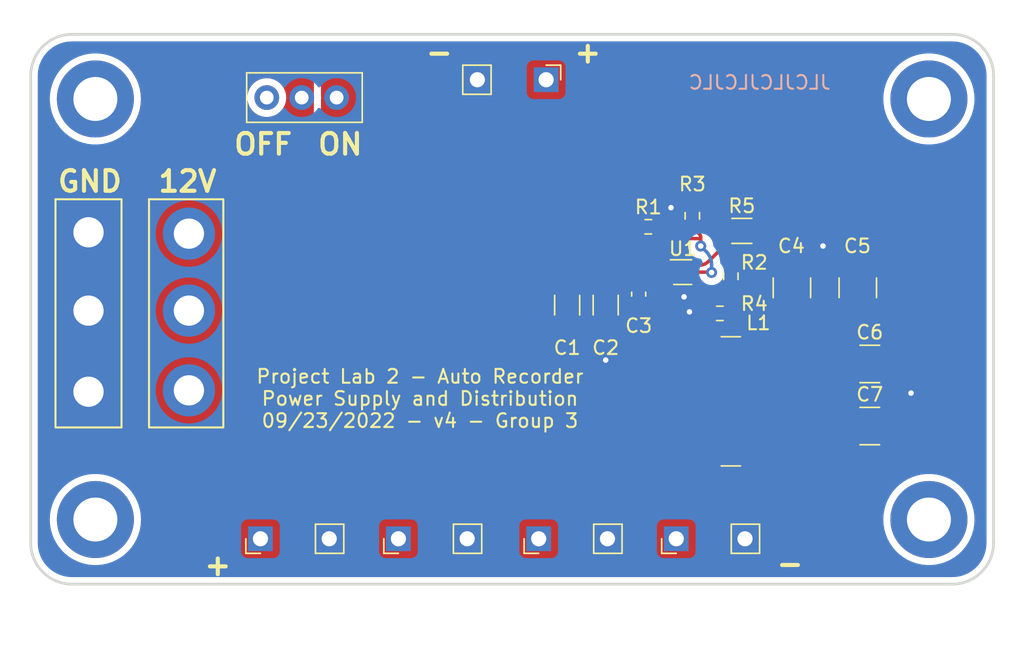
<source format=kicad_pcb>
(kicad_pcb (version 20211014) (generator pcbnew)
  (layers (0 "F.Cu" signal) (31 "B.Cu" signal) (34 "B.Paste" user) (35 "F.Paste" user) (36 "B.SilkS" user "B.Silkscreen") (37 "F.SilkS" user "F.Silkscreen") (38 "B.Mask" user) (39 "F.Mask" user) (44 "Edge.Cuts" user))
  (net 0 "")
  (net 1 "GND")
  (net 2 "+5V")
  (net 3 "+12V")
  (net 5 "/12IN")
  (net 6 "/SW")
  (net 7 "/EN")
  (net 8 "/FB")
  (net 9 "Net-(R2-Pad1)")
  (footprint "Resistor_SMD:R_0603_1608Metric" (layer "F.Cu") (at 136.8 73)
    (fp_text reference "R1" (at 0 -1.43) (layer "F.SilkS"))
    (fp_text value "100k")
    (fp_line (start -0.237258 -0.5225) (end 0.237258 -0.5225) (layer "F.SilkS") (width 0.12))
    (fp_line (start -0.237258 0.5225) (end 0.237258 0.5225) (layer "F.SilkS") (width 0.12))
    (pad "1" smd roundrect (at -0.825 0) (size 0.8 0.95) (layers "F.Cu" "F.Paste" "F.Mask") (net 3 "+12V"))
    (pad "2" smd roundrect (at 0.825 0) (size 0.8 0.95) (layers "F.Cu" "F.Paste" "F.Mask") (net 7 "/EN"))
  )
  (footprint "MountingHole:MountingHole_3.2mm_M3_DIN965_Pad" (layer "F.Cu") (at 96.6 63.7)
    (fp_text reference "H9" hide)
    (fp_text value "MountingHole_Pad")
    (pad "1" thru_hole circle (at 0 0) (size 5.6 5.6) (drill 3.2) (layers *.Cu *.Mask))
  )
  (footprint "MountingHole:MountingHole_2.2mm_M2_DIN965_Pad" (layer "F.Cu") (at 96.1 73.4 -90)
    (fp_text reference "H5" hide)
    (fp_text value "GND")
    (pad "1" thru_hole circle (at 0 0 270) (size 3.8 3.8) (drill 2.2) (layers *.Cu *.Mask) (net 1 "GND"))
  )
  (footprint "Capacitor_SMD:C_1210_3225Metric" (layer "F.Cu") (at 152.03 77.44 90)
    (fp_text reference "C5" (at 3.04 -0.03 180) (layer "F.SilkS"))
    (fp_text value "22u")
    (fp_line (start -0.711252 1.36) (end 0.711252 1.36) (layer "F.SilkS") (width 0.12))
    (fp_line (start -0.711252 -1.36) (end 0.711252 -1.36) (layer "F.SilkS") (width 0.12))
    (pad "1" smd roundrect (at -1.475 0 90) (size 1.15 2.7) (layers "F.Cu" "F.Paste" "F.Mask") (roundrect_rratio 0.2173913043) (net 2 "+5V"))
    (pad "2" smd roundrect (at 1.475 0 90) (size 1.15 2.7) (layers "F.Cu" "F.Paste" "F.Mask") (roundrect_rratio 0.2173913043) (net 1 "GND"))
  )
  (footprint "my_foot:PinHeader_1x02_P5.00mm" (layer "F.Cu") (at 128.83 95.7 90)
    (fp_text reference "J3" hide)
    (fp_text value "5OUT")
    (fp_line (start -1.06 4) (end 1.06 4) (layer "F.SilkS") (width 0.12))
    (fp_line (start 1.06 4) (end 1.06 6.06) (layer "F.SilkS") (width 0.12))
    (fp_line (start -1.06 -1.06) (end 0 -1.06) (layer "F.SilkS") (width 0.12))
    (fp_line (start -1.06 0) (end -1.06 -1.06) (layer "F.SilkS") (width 0.12))
    (fp_line (start -1.06 6.06) (end 1.06 6.06) (layer "F.SilkS") (width 0.12))
    (fp_line (start -1.06 4) (end -1.06 6.06) (layer "F.SilkS") (width 0.12))
    (pad "1" thru_hole rect (at 0 0 90) (size 1.8 1.8) (drill 1.1) (layers *.Cu *.Mask) (net 2 "+5V"))
    (pad "2" thru_hole oval (at 0 5 90) (size 1.8 1.8) (drill 1.1) (layers *.Cu *.Mask) (net 1 "GND"))
  )
  (footprint "Resistor_SMD:R_0603_1608Metric" (layer "F.Cu") (at 140 72.2 -90)
    (fp_text reference "R3" (at -2.3 0 180) (layer "F.SilkS"))
    (fp_text value "11k")
    (fp_line (start -0.237258 0.5225) (end 0.237258 0.5225) (layer "F.SilkS") (width 0.12))
    (fp_line (start -0.237258 -0.5225) (end 0.237258 -0.5225) (layer "F.SilkS") (width 0.12))
    (pad "1" smd roundrect (at -0.825 0 270) (size 0.8 0.95) (layers "F.Cu" "F.Paste" "F.Mask") (net 1 "GND"))
    (pad "2" smd roundrect (at 0.825 0 270) (size 0.8 0.95) (layers "F.Cu" "F.Paste" "F.Mask") (net 7 "/EN"))
  )
  (footprint "Resistor_SMD:R_0603_1608Metric" (layer "F.Cu") (at 142.8 76.6 90)
    (fp_text reference "R2" (at 1 1.7 180) (layer "F.SilkS"))
    (fp_text value "15k")
    (fp_line (start -0.237258 -0.5225) (end 0.237258 -0.5225) (layer "F.SilkS") (width 0.12))
    (fp_line (start -0.237258 0.5225) (end 0.237258 0.5225) (layer "F.SilkS") (width 0.12))
    (pad "1" smd roundrect (at -0.825 0 90) (size 0.8 0.95) (layers "F.Cu" "F.Paste" "F.Mask") (net 9 "Net-(R2-Pad1)"))
    (pad "2" smd roundrect (at 0.825 0 90) (size 0.8 0.95) (layers "F.Cu" "F.Paste" "F.Mask") (net 8 "/FB"))
  )
  (footprint "Capacitor_SMD:C_1206_3216Metric" (layer "F.Cu") (at 133.7 78.7 -90)
    (fp_text reference "C2" (at 3.1 0 180) (layer "F.SilkS"))
    (fp_text value "10u")
    (fp_line (start -0.711252 -0.91) (end 0.711252 -0.91) (layer "F.SilkS") (width 0.12))
    (fp_line (start -0.711252 0.91) (end 0.711252 0.91) (layer "F.SilkS") (width 0.12))
    (pad "1" smd roundrect (at -1.475 0 270) (size 1.15 1.8) (layers "F.Cu" "F.Paste" "F.Mask") (roundrect_rratio 0.2173913043) (net 3 "+12V"))
    (pad "2" smd roundrect (at 1.475 0 270) (size 1.15 1.8) (layers "F.Cu" "F.Paste" "F.Mask") (roundrect_rratio 0.2173913043) (net 1 "GND"))
  )
  (footprint "MountingHole:MountingHole_2.2mm_M2_DIN965_Pad" (layer "F.Cu") (at 96.1 79.1 -90)
    (fp_text reference "H6" hide)
    (fp_text value "GND")
    (pad "1" thru_hole circle (at 0 0 270) (size 3.8 3.8) (drill 2.2) (layers *.Cu *.Mask) (net 1 "GND"))
  )
  (footprint "MountingHole:MountingHole_3.2mm_M3_DIN965_Pad" (layer "F.Cu") (at 157.2 63.7)
    (fp_text reference "H10" hide)
    (fp_text value "MountingHole_Pad")
    (pad "1" thru_hole circle (at 0 0) (size 5.6 5.6) (drill 3.2) (layers *.Cu *.Mask))
  )
  (footprint "my_foot:PinHeader_1x02_P5.00mm" (layer "F.Cu") (at 118.63 95.7 90)
    (fp_text reference "J4" hide)
    (fp_text value "5OUT")
    (fp_line (start -1.06 4) (end -1.06 6.06) (layer "F.SilkS") (width 0.12))
    (fp_line (start -1.06 -1.06) (end 0 -1.06) (layer "F.SilkS") (width 0.12))
    (fp_line (start -1.06 0) (end -1.06 -1.06) (layer "F.SilkS") (width 0.12))
    (fp_line (start -1.06 4) (end 1.06 4) (layer "F.SilkS") (width 0.12))
    (fp_line (start 1.06 4) (end 1.06 6.06) (layer "F.SilkS") (width 0.12))
    (fp_line (start -1.06 6.06) (end 1.06 6.06) (layer "F.SilkS") (width 0.12))
    (pad "1" thru_hole rect (at 0 0 90) (size 1.8 1.8) (drill 1.1) (layers *.Cu *.Mask) (net 2 "+5V"))
    (pad "2" thru_hole oval (at 0 5 90) (size 1.8 1.8) (drill 1.1) (layers *.Cu *.Mask) (net 1 "GND"))
  )
  (footprint "Capacitor_SMD:C_1210_3225Metric" (layer "F.Cu") (at 147.24 77.44 90)
    (fp_text reference "C4" (at 3.04 -0.04 180) (layer "F.SilkS"))
    (fp_text value "22u")
    (fp_line (start -0.711252 -1.36) (end 0.711252 -1.36) (layer "F.SilkS") (width 0.12))
    (fp_line (start -0.711252 1.36) (end 0.711252 1.36) (layer "F.SilkS") (width 0.12))
    (pad "1" smd roundrect (at -1.475 0 90) (size 1.15 2.7) (layers "F.Cu" "F.Paste" "F.Mask") (roundrect_rratio 0.2173913043) (net 2 "+5V"))
    (pad "2" smd roundrect (at 1.475 0 90) (size 1.15 2.7) (layers "F.Cu" "F.Paste" "F.Mask") (roundrect_rratio 0.2173913043) (net 1 "GND"))
  )
  (footprint "MountingHole:MountingHole_2.2mm_M2_DIN965_Pad" (layer "F.Cu") (at 103.4 84.9 -90)
    (fp_text reference "H2" hide)
    (fp_text value "12V")
    (pad "1" thru_hole circle (at 0 0 270) (size 3.8 3.8) (drill 2.2) (layers *.Cu *.Mask) (net 5 "/12IN"))
  )
  (footprint "Capacitor_SMD:C_0603_1608Metric" (layer "F.Cu") (at 136.1 77.9 -90)
    (fp_text reference "C3" (at 2.3 0 180) (layer "F.SilkS"))
    (fp_text value "100n")
    (fp_line (start -0.14058 0.51) (end 0.14058 0.51) (layer "F.SilkS") (width 0.12))
    (fp_line (start -0.14058 -0.51) (end 0.14058 -0.51) (layer "F.SilkS") (width 0.12))
    (pad "1" smd roundrect (at -0.775 0 270) (size 0.9 0.95) (layers "F.Cu" "F.Paste" "F.Mask") (net 3 "+12V"))
    (pad "2" smd roundrect (at 0.775 0 270) (size 0.9 0.95) (layers "F.Cu" "F.Paste" "F.Mask") (net 1 "GND"))
  )
  (footprint "Inductor_SMD:L_Wuerth_WE-PD2-Typ-XL" (layer "F.Cu") (at 142.8 85.7)
    (fp_text reference "L1" (at 2 -5.7) (layer "F.SilkS"))
    (fp_text value "2u2")
    (fp_line (start -0.7 4.7) (end 0.7 4.7) (layer "F.SilkS") (width 0.12))
    (fp_line (start -0.7 -4.7) (end 0.7 -4.7) (layer "F.SilkS") (width 0.12))
    (pad "1" smd rect (at -3.18 0) (size 3.75 9.5) (layers "F.Cu" "F.Paste" "F.Mask") (net 6 "/SW"))
    (pad "2" smd rect (at 3.18 0) (size 3.75 9.5) (layers "F.Cu" "F.Paste" "F.Mask") (net 2 "+5V"))
  )
  (footprint "my_foot:PinHeader_1x02_P5.00mm" (layer "F.Cu") (at 108.6 95.7 90)
    (fp_text reference "J1" hide)
    (fp_text value "5OUT")
    (fp_line (start 1.06 4) (end 1.06 6.06) (layer "F.SilkS") (width 0.12))
    (fp_line (start -1.06 0) (end -1.06 -1.06) (layer "F.SilkS") (width 0.12))
    (fp_line (start -1.06 -1.06) (end 0 -1.06) (layer "F.SilkS") (width 0.12))
    (fp_line (start -1.06 6.06) (end 1.06 6.06) (layer "F.SilkS") (width 0.12))
    (fp_line (start -1.06 4) (end -1.06 6.06) (layer "F.SilkS") (width 0.12))
    (fp_line (start -1.06 4) (end 1.06 4) (layer "F.SilkS") (width 0.12))
    (pad "1" thru_hole rect (at 0 0 90) (size 1.8 1.8) (drill 1.1) (layers *.Cu *.Mask) (net 2 "+5V"))
    (pad "2" thru_hole oval (at 0 5 90) (size 1.8 1.8) (drill 1.1) (layers *.Cu *.Mask) (net 1 "GND"))
  )
  (footprint "MountingHole:MountingHole_2.2mm_M2_DIN965_Pad" (layer "F.Cu") (at 103.4 73.5 -90)
    (fp_text reference "H3" hide)
    (fp_text value "12V")
    (pad "1" thru_hole circle (at 0 0 270) (size 3.8 3.8) (drill 2.2) (layers *.Cu *.Mask) (net 5 "/12IN"))
  )
  (footprint "MountingHole:MountingHole_3.2mm_M3_DIN965_Pad" (layer "F.Cu") (at 157.2 94.3)
    (fp_text reference "H8" hide)
    (fp_text value "MountingHole_Pad")
    (pad "1" thru_hole circle (at 0 0) (size 5.6 5.6) (drill 3.2) (layers *.Cu *.Mask))
  )
  (footprint "MountingHole:MountingHole_2.2mm_M2_DIN965_Pad" (layer "F.Cu") (at 103.4 79.1 -90)
    (fp_text reference "H1" hide)
    (fp_text value "12V")
    (pad "1" thru_hole circle (at 0 0 270) (size 3.8 3.8) (drill 2.2) (layers *.Cu *.Mask) (net 5 "/12IN"))
  )
  (footprint "my_foot:remote switch" (layer "F.Cu") (at 111.6 63.6)
    (fp_text reference "SW1" hide)
    (fp_text value "SW_SPDT")
    (fp_line (start -4 0) (end -4 -1.8) (layer "F.SilkS") (width 0.12))
    (fp_line (start -4 1.8) (end 4.4 1.8) (layer "F.SilkS") (width 0.12))
    (fp_line (start 4.4 1.8) (end 4.4 -1.8) (layer "F.SilkS") (width 0.12))
    (fp_line (start -4 0) (end -4 1.8) (layer "F.SilkS") (width 0.12))
    (fp_line (start 4.4 -1.8) (end -4 -1.8) (layer "F.SilkS") (width 0.12))
    (pad "1" thru_hole oval (at -2.54 0) (size 1.8 1.8) (drill 1) (layers *.Cu *.Mask))
    (pad "2" thru_hole oval (at 0 0) (size 1.8 1.8) (drill 1) (layers *.Cu *.Mask) (net 5 "/12IN"))
    (pad "3" thru_hole oval (at 2.54 0) (size 1.8 1.8) (drill 1) (layers *.Cu *.Mask) (net 3 "+12V"))
  )
  (footprint "MountingHole:MountingHole_3.2mm_M3_DIN965_Pad" (layer "F.Cu") (at 96.6 94.3)
    (fp_text reference "H7" hide)
    (fp_text value "MountingHole_Pad")
    (pad "1" thru_hole circle (at 0 0) (size 5.6 5.6) (drill 3.2) (layers *.Cu *.Mask))
  )
  (footprint "Capacitor_SMD:C_1206_3216Metric" (layer "F.Cu") (at 130.9 78.7 -90)
    (fp_text reference "C1" (at 3.1 0) (layer "F.SilkS"))
    (fp_text value "10u")
    (fp_line (start -0.711252 0.91) (end 0.711252 0.91) (layer "F.SilkS") (width 0.12))
    (fp_line (start -0.711252 -0.91) (end 0.711252 -0.91) (layer "F.SilkS") (width 0.12))
    (pad "1" smd roundrect (at -1.475 0 270) (size 1.15 1.8) (layers "F.Cu" "F.Paste" "F.Mask") (roundrect_rratio 0.2173913043) (net 3 "+12V"))
    (pad "2" smd roundrect (at 1.475 0 270) (size 1.15 1.8) (layers "F.Cu" "F.Paste" "F.Mask") (roundrect_rratio 0.2173913043) (net 1 "GND"))
  )
  (footprint "Package_TO_SOT_SMD:SOT-563" (layer "F.Cu") (at 139.3 76.3)
    (fp_text reference "U1" (at 0 -1.7) (layer "F.SilkS"))
    (fp_text value "TPS566247DRLR")
    (fp_line (start -0.9 -0.9) (end 0.65 -0.9) (layer "F.SilkS") (width 0.12))
    (fp_line (start 0.65 0.9) (end -0.65 0.9) (layer "F.SilkS") (width 0.12))
    (pad "1" smd rect (at -0.75 -0.5) (size 0.7 0.34) (layers "F.Cu" "F.Paste" "F.Mask") (net 3 "+12V"))
    (pad "2" smd rect (at -0.75 0) (size 0.7 0.34) (layers "F.Cu" "F.Paste" "F.Mask") (net 6 "/SW"))
    (pad "3" smd rect (at -0.75 0.5) (size 0.7 0.34) (layers "F.Cu" "F.Paste" "F.Mask") (net 1 "GND"))
    (pad "4" smd rect (at 0.75 0.5) (size 0.7 0.34) (layers "F.Cu" "F.Paste" "F.Mask") (net 1 "GND"))
    (pad "5" smd rect (at 0.75 0) (size 0.7 0.34) (layers "F.Cu" "F.Paste" "F.Mask") (net 7 "/EN"))
    (pad "6" smd rect (at 0.75 -0.5) (size 0.7 0.34) (layers "F.Cu" "F.Paste" "F.Mask") (net 8 "/FB"))
  )
  (footprint "Capacitor_SMD:C_1210_3225Metric" (layer "F.Cu") (at 152.9 82.98)
    (fp_text reference "C6" (at 0 -2.3) (layer "F.SilkS"))
    (fp_text value "22u")
    (fp_line (start -0.711252 -1.36) (end 0.711252 -1.36) (layer "F.SilkS") (width 0.12))
    (fp_line (start -0.711252 1.36) (end 0.711252 1.36) (layer "F.SilkS") (width 0.12))
    (pad "1" smd roundrect (at -1.475 0) (size 1.15 2.7) (layers "F.Cu" "F.Paste" "F.Mask") (roundrect_rratio 0.2173913043) (net 2 "+5V"))
    (pad "2" smd roundrect (at 1.475 0) (size 1.15 2.7) (layers "F.Cu" "F.Paste" "F.Mask") (roundrect_rratio 0.2173913043) (net 1 "GND"))
  )
  (footprint "Resistor_SMD:R_1206_3216Metric" (layer "F.Cu") (at 143.6 73.3)
    (fp_text reference "R5" (at 0 -1.82) (layer "F.SilkS"))
    (fp_text value "220k")
    (fp_line (start -0.727064 -0.91) (end 0.727064 -0.91) (layer "F.SilkS") (width 0.12))
    (fp_line (start -0.727064 0.91) (end 0.727064 0.91) (layer "F.SilkS") (width 0.12))
    (pad "1" smd roundrect (at -1.4625 0) (size 1.125 1.75) (layers "F.Cu" "F.Paste" "F.Mask") (roundrect_rratio 0.2222222222) (net 8 "/FB"))
    (pad "2" smd roundrect (at 1.4625 0) (size 1.125 1.75) (layers "F.Cu" "F.Paste" "F.Mask") (roundrect_rratio 0.2222222222) (net 2 "+5V"))
  )
  (footprint "MountingHole:MountingHole_2.2mm_M2_DIN965_Pad" (layer "F.Cu") (at 96.1 85 -90)
    (fp_text reference "H4" hide)
    (fp_text value "GND")
    (pad "1" thru_hole circle (at 0 0 270) (size 3.8 3.8) (drill 2.2) (layers *.Cu *.Mask) (net 1 "GND"))
  )
  (footprint "my_foot:PinHeader_1x02_P5.00mm" (layer "F.Cu") (at 129.37 62.3 -90)
    (fp_text reference "J5" hide)
    (fp_text value "12OUT")
    (fp_line (start -1.06 4) (end -1.06 6.06) (layer "F.SilkS") (width 0.12))
    (fp_line (start -1.06 4) (end 1.06 4) (layer "F.SilkS") (width 0.12))
    (fp_line (start -1.06 -1.06) (end 0 -1.06) (layer "F.SilkS") (width 0.12))
    (fp_line (start -1.06 6.06) (end 1.06 6.06) (layer "F.SilkS") (width 0.12))
    (fp_line (start -1.06 0) (end -1.06 -1.06) (layer "F.SilkS") (width 0.12))
    (fp_line (start 1.06 4) (end 1.06 6.06) (layer "F.SilkS") (width 0.12))
    (pad "1" thru_hole rect (at 0 0 270) (size 1.8 1.8) (drill 1.1) (layers *.Cu *.Mask) (net 3 "+12V"))
    (pad "2" thru_hole oval (at 0 5 270) (size 1.8 1.8) (drill 1.1) (layers *.Cu *.Mask) (net 1 "GND"))
  )
  (footprint "Capacitor_SMD:C_1210_3225Metric" (layer "F.Cu") (at 152.9 87.5)
    (fp_text reference "C7" (at 0 -2.3) (layer "F.SilkS"))
    (fp_text value "22u")
    (fp_line (start -0.711252 1.36) (end 0.711252 1.36) (layer "F.SilkS") (width 0.12))
    (fp_line (start -0.711252 -1.36) (end 0.711252 -1.36) (layer "F.SilkS") (width 0.12))
    (pad "1" smd roundrect (at -1.475 0) (size 1.15 2.7) (layers "F.Cu" "F.Paste" "F.Mask") (roundrect_rratio 0.2173913043) (net 2 "+5V"))
    (pad "2" smd roundrect (at 1.475 0) (size 1.15 2.7) (layers "F.Cu" "F.Paste" "F.Mask") (roundrect_rratio 0.2173913043) (net 1 "GND"))
  )
  (footprint "my_foot:PinHeader_1x02_P5.00mm" (layer "F.Cu") (at 138.83 95.7 90)
    (fp_text reference "J2" hide)
    (fp_text value "5OUT")
    (fp_line (start -1.06 -1.06) (end 0 -1.06) (layer "F.SilkS") (width 0.12))
    (fp_line (start -1.06 4) (end 1.06 4) (layer "F.SilkS") (width 0.12))
    (fp_line (start 1.06 4) (end 1.06 6.06) (layer "F.SilkS") (width 0.12))
    (fp_line (start -1.06 0) (end -1.06 -1.06) (layer "F.SilkS") (width 0.12))
    (fp_line (start -1.06 6.06) (end 1.06 6.06) (layer "F.SilkS") (width 0.12))
    (fp_line (start -1.06 4) (end -1.06 6.06) (layer "F.SilkS") (width 0.12))
    (pad "1" thru_hole rect (at 0 0 90) (size 1.8 1.8) (drill 1.1) (layers *.Cu *.Mask) (net 2 "+5V"))
    (pad "2" thru_hole oval (at 0 5 90) (size 1.8 1.8) (drill 1.1) (layers *.Cu *.Mask) (net 1 "GND"))
  )
  (footprint "Resistor_SMD:R_0603_1608Metric" (layer "F.Cu") (at 142 79.3)
    (fp_text reference "R4" (at 2.5 -0.7) (layer "F.SilkS"))
    (fp_text value "15k")
    (fp_line (start -0.237258 -0.5225) (end 0.237258 -0.5225) (layer "F.SilkS") (width 0.12))
    (fp_line (start -0.237258 0.5225) (end 0.237258 0.5225) (layer "F.SilkS") (width 0.12))
    (pad "1" smd roundrect (at -0.825 0) (size 0.8 0.95) (layers "F.Cu" "F.Paste" "F.Mask") (net 1 "GND"))
    (pad "2" smd roundrect (at 0.825 0) (size 0.8 0.95) (layers "F.Cu" "F.Paste" "F.Mask") (net 9 "Net-(R2-Pad1)"))
  )
  (gr_rect (start 93.7 71) (end 98.5 87.6) (layer "F.SilkS") (width 0.15) (fill none))
  (gr_rect (start 100.5 71) (end 105.9 87.6) (layer "F.SilkS") (width 0.15) (fill none))
  (gr_arc (start 91.9 62) (mid 92.77868 59.87868) (end 94.9 59) (layer "Edge.Cuts") (width 0.2))
  (gr_line (start 94.9 59) (end 158.9 59) (layer "Edge.Cuts") (width 0.2))
  (gr_arc (start 161.9 96) (mid 161.02132 98.12132) (end 158.9 99) (layer "Edge.Cuts") (width 0.2))
  (gr_line (start 158.9 99) (end 94.9 99) (layer "Edge.Cuts") (width 0.2))
  (gr_arc (start 158.9 59) (mid 161.02132 59.87868) (end 161.9 62) (layer "Edge.Cuts") (width 0.2))
  (gr_line (start 161.9 62) (end 161.9 96) (layer "Edge.Cuts") (width 0.2))
  (gr_line (start 91.9 96) (end 91.9 62) (layer "Edge.Cuts") (width 0.2))
  (gr_arc (start 94.9 99) (mid 92.77868 98.12132) (end 91.9 96) (layer "Edge.Cuts") (width 0.2))
  (gr_text "JLCJLCJLCJLC" (at 144.9 62.5) (layer "B.SilkS") (effects (font (size 1 1)) (justify mirror)))
  (gr_text "+" (at 105.5 97.6) (layer "F.SilkS") (effects (font (size 1.5 1.5) (thickness 0.3))))
  (gr_text "Project Lab 2 - Auto Recorder\nPower Supply and Distribution\n09/23/2022 - v4 - Group 3" (at 120.2 85.5) (layer "F.SilkS") (effects (font (size 1 1))))
  (gr_text "-" (at 147.1 97.5) (layer "F.SilkS") (effects (font (size 1.5 1.5) (thickness 0.3))))
  (gr_text "-" (at 121.6 60.3) (layer "F.SilkS") (effects (font (size 1.5 1.5) (thickness 0.3))))
  (gr_text "ON" (at 114.4 67) (layer "F.SilkS") (effects (font (size 1.5 1.5) (thickness 0.3))))
  (gr_text "GND" (at 96.2 69.7) (layer "F.SilkS") (effects (font (size 1.5 1.5) (thickness 0.3))))
  (gr_text "OFF" (at 108.8 67) (layer "F.SilkS") (effects (font (size 1.5 1.5) (thickness 0.3))))
  (gr_text "+" (at 132.4 60.3) (layer "F.SilkS") (effects (font (size 1.5 1.5) (thickness 0.3))))
  (gr_text "12V" (at 103.3 69.7) (layer "F.SilkS") (effects (font (size 1.5 1.5) (thickness 0.3))))
  (segment (start 138.85117 71.375) (end 140 71.375) (width 0.5) (layer "F.Cu") (net 1))
  (segment (start 139.79 79.19) (end 139.845 79.245) (width 0.5) (layer "F.Cu") (net 1))
  (segment (start 131.0375 80.175) (end 130.9 80.175) (width 0.5) (layer "F.Cu") (net 1))
  (segment (start 139.977781 79.3) (end 141.175 79.3) (width 0.5) (layer "F.Cu") (net 1))
  (segment (start 138.5675 71.4925) (end 138.45 71.61) (width 0.5) (layer "F.Cu") (net 1))
  (segment (start 133.96875 80.80625) (end 134.05625 80.71875) (width 0.5) (layer "F.Cu") (net 1))
  (segment (start 154.375 83.2775) (end 154.375 82.98) (width 0.5) (layer "F.Cu") (net 1))
  (segment (start 138.55 77.025) (end 138.55 76.8) (width 0.25) (layer "F.Cu") (net 1))
  (segment (start 154.585364 83.785364) (end 155.9 85.1) (width 0.5) (layer "F.Cu") (net 1))
  (segment (start 139.82019 77.679809) (end 139.4 78.1) (width 0.25) (layer "F.Cu") (net 1))
  (segment (start 134.41875 80.35625) (end 134.05625 80.71875) (width 0.5) (layer "F.Cu") (net 1))
  (segment (start 150.72382 75.62382) (end 149.5 74.4) (width 0.5) (layer "F.Cu") (net 1))
  (segment (start 151.5475 75.965) (end 152.03 75.965) (width 0.5) (layer "F.Cu") (net 1))
  (segment (start 154.375 87.0625) (end 154.375 87.5) (width 0.5) (layer "F.Cu") (net 1))
  (segment (start 138.709099 77.409099) (end 139.4 78.1) (width 0.25) (layer "F.Cu") (net 1))
  (segment (start 133.936871 80.236871) (end 134.05625 80.35625) (width 0.5) (layer "F.Cu") (net 1))
  (segment (start 133.7 82.7) (end 133.7 81.455069) (width 0.5) (layer "F.Cu") (net 1))
  (segment (start 133.7875 80.175) (end 133.7 80.175) (width 0.5) (layer "F.Cu") (net 1))
  (segment (start 134.41875 80.35625) (end 136.1 78.675) (width 0.5) (layer "F.Cu") (net 1))
  (segment (start 133.7 82.7) (end 131.272227 80.272227) (width 0.5) (layer "F.Cu") (net 1))
  (segment (start 140.05 77.125) (end 140.05 76.8) (width 0.25) (layer "F.Cu") (net 1))
  (segment (start 147.5875 75.965) (end 147.24 75.965) (width 0.5) (layer "F.Cu") (net 1))
  (segment (start 154.684359 86.31564) (end 155.9 85.1) (width 0.5) (layer "F.Cu") (net 1))
  (segment (start 148.180719 75.71928) (end 149.5 74.4) (width 0.5) (layer "F.Cu") (net 1))
  (via (at 138.45 71.61) (size 0.8) (drill 0.4) (layers "F.Cu" "B.Cu") (net 1))
  (via (at 139.79 79.19) (size 0.8) (drill 0.4) (layers "F.Cu" "B.Cu") (net 1))
  (via (at 139.4 78.1) (size 0.8) (drill 0.4) (layers "F.Cu" "B.Cu") (net 1))
  (via (at 133.7 82.7) (size 0.8) (drill 0.4) (layers "F.Cu" "B.Cu") (net 1))
  (via (at 149.5 74.4) (size 0.8) (drill 0.4) (layers "F.Cu" "B.Cu") (net 1))
  (via (at 155.9 85.1) (size 0.8) (drill 0.4) (layers "F.Cu" "B.Cu") (net 1))
  (arc (start 138.55 77.025) (mid 138.591348 77.232872) (end 138.709099 77.409099) (width 0.25) (layer "F.Cu") (net 1))
  (arc (start 134.05625 80.71875) (mid 134.131326 80.5375) (end 134.05625 80.35625) (width 0.5) (layer "F.Cu") (net 1))
  (arc (start 139.845 79.245) (mid 139.90592 79.285705) (end 139.977781 79.3) (width 0.5) (layer "F.Cu") (net 1))
  (arc (start 148.180719 75.71928) (mid 147.908547 75.901139) (end 147.5875 75.965) (width 0.5) (layer "F.Cu") (net 1))
  (arc (start 150.72382 75.62382) (mid 151.101727 75.87633) (end 151.5475 75.965) (width 0.5) (layer "F.Cu") (net 1))
  (arc (start 133.96875 80.80625) (mid 133.769845 81.10393) (end 133.7 81.455069) (width 0.5) (layer "F.Cu") (net 1))
  (arc (start 131.272227 80.272227) (mid 131.164533 80.200268) (end 131.0375 80.175) (width 0.5) (layer "F.Cu") (net 1))
  (arc (start 154.684359 86.31564) (mid 154.455399 86.658302) (end 154.375 87.0625) (width 0.5) (layer "F.Cu") (net 1))
  (arc (start 138.85117 71.375) (mid 138.697648 71.405537) (end 138.5675 71.4925) (width 0.5) (layer "F.Cu") (net 1))
  (arc (start 154.375 83.2775) (mid 154.429671 83.552354) (end 154.585364 83.785364) (width 0.5) (layer "F.Cu") (net 1))
  (arc (start 140.05 77.125) (mid 139.990274 77.42526) (end 139.82019 77.679809) (width 0.25) (layer "F.Cu") (net 1))
  (arc (start 134.05625 80.35625) (mid 134.2375 80.431326) (end 134.41875 80.35625) (width 0.5) (layer "F.Cu") (net 1))
  (arc (start 133.936871 80.236871) (mid 133.868339 80.191079) (end 133.7875 80.175) (width 0.5) (layer "F.Cu") (net 1))
  (segment (start 149.3 90.95) (end 149.3 93.9) (width 1.5) (layer "F.Cu") (net 2))
  (segment (start 149.3 88.012132) (end 149.3 87.587867) (width 1.5) (layer "F.Cu") (net 2))
  (segment (start 145.368198 80.15) (end 148.19038 80.15) (width 0.25) (layer "F.Cu") (net 2))
  (segment (start 151.6075 78.915) (end 152.03 78.915) (width 1.5) (layer "F.Cu") (net 2))
  (segment (start 147.251471 85.8) (end 145.98 85.8) (width 1.5) (layer "F.Cu") (net 2))
  (segment (start 149.3 88.85) (end 149.3 90.95) (width 1.5) (layer "F.Cu") (net 2))
  (segment (start 148.325 79.825) (end 148.975 80.475) (width 1.5) (layer "F.Cu") (net 2))
  (segment (start 149.3 83.751471) (end 149.3 81.259619) (width 1.5) (layer "F.Cu") (net 2))
  (segment (start 150.741455 83.158544) (end 149.9 84) (width 1.5) (layer "F.Cu") (net 2))
  (segment (start 147.476871 78.976871) (end 148.325 79.825) (width 1.5) (layer "F.Cu") (net 2))
  (segment (start 151.1725 82.98) (end 151.425 82.98) (width 1.5) (layer "F.Cu") (net 2))
  (segment (start 149.3 85.448528) (end 149.3 87.587867) (width 1.5) (layer "F.Cu") (net 2))
  (segment (start 149.812132 87.5) (end 151.425 87.5) (width 1.5) (layer "F.Cu") (net 2))
  (segment (start 147.3275 78.915) (end 147.24 78.915) (width 1.5) (layer "F.Cu") (net 2))
  (segment (start 149.3 88.85) (end 149.3 88.012132) (width 1.5) (layer "F.Cu") (net 2))
  (segment (start 150.886247 79.213752) (end 149.625 80.475) (width 1.5) (layer "F.Cu") (net 2))
  (segment (start 145.0625 74.402246) (end 145.0625 73.3) (width 0.25) (layer "F.Cu") (net 2))
  (segment (start 144.6 75.518819) (end 144.6 79.381801) (width 0.25) (layer "F.Cu") (net 2))
  (arc (start 149.3 87.587867) (mid 149.354242 87.669047) (end 149.45 87.65) (width 1.5) (layer "F.Cu") (net 2))
  (arc (start 148.19038 80.15) (mid 148.366269 80.032474) (end 148.325 79.825) (width 0.25) (layer "F.Cu") (net 2))
  (arc (start 144.83125 74.960533) (mid 144.660099 75.216676) (end 144.6 75.518819) (width 0.25) (layer "F.Cu") (net 2))
  (arc (start 149.3 85.448528) (mid 149.08303 85.12381) (end 148.7 85.2) (width 1.5) (layer "F.Cu") (net 2))
  (arc (start 147.476871 78.976871) (mid 147.408339 78.931079) (end 147.3275 78.915) (width 1.5) (layer "F.Cu") (net 2))
  (arc (start 149.3 81.259619) (mid 149.215535 80.834986) (end 148.975 80.475) (width 1.5) (layer "F.Cu") (net 2))
  (arc (start 151.6075 78.915) (mid 151.21716 78.992643) (end 150.886247 79.213752) (width 1.5) (layer "F.Cu") (net 2))
  (arc (start 148.7 85.2) (mid 149.144065 84.535409) (end 149.3 83.751471) (width 1.5) (layer "F.Cu") (net 2))
  (arc (start 149.45 87.65) (mid 149.338983 87.816147) (end 149.3 88.012132) (width 1.5) (layer "F.Cu") (net 2))
  (arc (start 148.975 80.475) (mid 149.3 80.609619) (end 149.625 80.475) (width 1.5) (layer "F.Cu") (net 2))
  (arc (start 144.825 79.925) (mid 145.074221 80.091524) (end 145.368198 80.15) (width 0.25) (layer "F.Cu") (net 2))
  (arc (start 148.7 85.2) (mid 148.035409 85.644065) (end 147.251471 85.8) (width 1.5) (layer "F.Cu") (net 2))
  (arc (start 149.3 83.751471) (mid 149.516969 84.076189) (end 149.9 84) (width 1.5) (layer "F.Cu") (net 2))
  (arc (start 149.812132 87.5) (mid 149.616147 87.538983) (end 149.45 87.65) (width 1.5) (layer "F.Cu") (net 2))
  (arc (start 145.0625 74.402246) (mid 145.0024 74.704388) (end 144.83125 74.960533) (width 0.25) (layer "F.Cu") (net 2))
  (arc (start 149.9 84) (mid 149.455934 84.66459) (end 149.3 85.448528) (width 1.5) (layer "F.Cu") (net 2))
  (arc (start 144.6 79.381801) (mid 144.658475 79.675778) (end 144.825 79.925) (width 0.25) (layer "F.Cu") (net 2))
  (arc (start 151.1725 82.98) (mid 150.93922 83.026402) (end 150.741455 83.158544) (width 1.5) (layer "F.Cu") (net 2))
  (arc (start 149.625 80.475) (mid 149.384464 80.834986) (end 149.3 81.259619) (width 1.5) (layer "F.Cu") (net 2))
  (segment (start 135.602598 76.56) (end 135.47 76.56) (width 1) (layer "F.Cu") (net 3))
  (segment (start 133.682426 76.56) (end 134.25 76.56) (width 1) (layer "F.Cu") (net 3))
  (segment (start 133.597573 76.56) (end 133.682426 76.56) (width 1) (layer "F.Cu") (net 3))
  (segment (start 131.06402 76.56) (end 131.855979 76.56) (width 1) (layer "F.Cu") (net 3))
  (segment (start 130.9 77.1725) (end 130.9 77.225) (width 1) (layer "F.Cu") (net 3))
  (segment (start 131.06402 76.56) (end 125.4 76.56) (width 1) (layer "F.Cu") (net 3))
  (segment (start 134.86 74.903424) (end 134.86 75.95) (width 0.25) (layer "F.Cu") (net 3))
  (segment (start 137.2 75.8) (end 137 75.8) (width 0.25) (layer "F.Cu") (net 3))
  (segment (start 136.1 77.125) (end 136.1 76.6) (width 0.5) (layer "F.Cu") (net 3))
  (segment (start 130.937123 77.082876) (end 131.18 76.84) (width 1) (layer "F.Cu") (net 3))
  (segment (start 137.2 75.8) (end 138.55 75.8) (width 0.25) (layer "F.Cu") (net 3))
  (segment (start 131.855979 76.56) (end 133.597573 76.56) (width 1) (layer "F.Cu") (net 3))
  (segment (start 136.519999 76.179999) (end 136.829289 75.87071) (width 1) (layer "F.Cu") (net 3))
  (segment (start 135.47 76.56) (end 134.25 76.56) (width 1) (layer "F.Cu") (net 3))
  (segment (start 135.4175 73.5575) (end 135.975 73) (width 0.25) (layer "F.Cu") (net 3))
  (segment (start 133.7 76.662426) (end 133.7 77.225) (width 1) (layer "F.Cu") (net 3))
  (arc (start 137 75.8) (mid 136.907611 75.818376) (end 136.829289 75.87071) (width 1) (layer "F.Cu") (net 3))
  (arc (start 133.67 76.59) (mid 133.63677 76.567796) (end 133.597573 76.56) (width 1) (layer "F.Cu") (net 3))
  (arc (start 134.25 76.56) (mid 134.681335 76.381335) (end 134.86 75.95) (width 1) (layer "F.Cu") (net 3))
  (arc (start 135.4175 73.5575) (mid 135.004889 74.175015) (end 134.86 74.903424) (width 0.25) (layer "F.Cu") (net 3))
  (arc (start 134.86 75.95) (mid 135.038664 76.381335) (end 135.47 76.56) (width 0.25) (layer "F.Cu") (net 3))
  (arc (start 130.937123 77.082876) (mid 130.909647 77.123996) (end 130.9 77.1725) (width 1) (layer "F.Cu") (net 3))
  (arc (start 136.519999 76.179999) (mid 136.099092 76.46124) (end 135.602598 76.56) (width 1) (layer "F.Cu") (net 3))
  (arc (start 133.682426 76.56) (mid 133.66619 76.570848) (end 133.67 76.59) (width 1) (layer "F.Cu") (net 3))
  (arc (start 131.18 76.84) (mid 131.215555 76.661252) (end 131.06402 76.56) (width 1) (layer "F.Cu") (net 3))
  (arc (start 131.855979 76.56) (mid 131.490141 76.632769) (end 131.18 76.84) (width 1) (layer "F.Cu") (net 3))
  (arc (start 133.67 76.59) (mid 133.692203 76.623229) (end 133.7 76.662426) (width 1) (layer "F.Cu") (net 3))
  (segment (start 137.4 77.79976) (end 137.4 77.108791) (width 1) (layer "F.Cu") (net 6))
  (segment (start 139.62 82.389777) (end 139.62 85.8) (width 1) (layer "F.Cu") (net 6))
  (segment (start 138.215489 76.3) (end 138.55 76.3) (width 0.25) (layer "F.Cu") (net 6))
  (segment (start 137.644442 76.536534) (end 137.477266 76.703711) (width 0.25) (layer "F.Cu") (net 6))
  (segment (start 137.4 76.890249) (end 137.4 77.108791) (width 0.25) (layer "F.Cu") (net 6))
  (segment (start 137.965855 79.165855) (end 138.51 79.71) (width 1) (layer "F.Cu") (net 6))
  (arc (start 138.51 79.71) (mid 139.33152 80.939492) (end 139.62 82.389777) (width 1) (layer "F.Cu") (net 6))
  (arc (start 138.215489 76.3) (mid 137.90644 76.361473) (end 137.644442 76.536534) (width 0.25) (layer "F.Cu") (net 6))
  (arc (start 137.477266 76.703711) (mid 137.42008 76.789295) (end 137.4 76.890249) (width 0.25) (layer "F.Cu") (net 6))
  (arc (start 137.4 77.79976) (mid 137.54706 78.539085) (end 137.965855 79.165855) (width 1) (layer "F.Cu") (net 6))
  (segment (start 138.055 73.43) (end 137.625 73) (width 0.25) (layer "F.Cu") (net 7))
  (segment (start 140.53045 73.55545) (end 140 73.025) (width 0.25) (layer "F.Cu") (net 7))
  (segment (start 140.61 73.9725) (end 140.61 74.4) (width 0.25) (layer "F.Cu") (net 7))
  (segment (start 141.355872 76.3) (end 140.05 76.3) (width 0.25) (layer "F.Cu") (net 7))
  (segment (start 140.61 73.7475) (end 140.61 73.9725) (width 0.25) (layer "F.Cu") (net 7))
  (segment (start 141.386367 76.312631) (end 141.398999 76.325263) (width 0.25) (layer "F.Cu") (net 7))
  (segment (start 140.4975 73.86) (end 139.093111 73.86) (width 0.25) (layer "F.Cu") (net 7))
  (via (at 141.398999 76.325263) (size 0.8) (drill 0.4) (layers "F.Cu" "B.Cu") (net 7))
  (via (at 140.61 74.4) (size 0.8) (drill 0.4) (layers "F.Cu" "B.Cu") (net 7))
  (arc (start 140.53045 73.55545) (mid 140.589325 73.643563) (end 140.61 73.7475) (width 0.25) (layer "F.Cu") (net 7))
  (arc (start 140.4975 73.86) (mid 140.577049 73.827049) (end 140.61 73.7475) (width 0.25) (layer "F.Cu") (net 7))
  (arc (start 138.055 73.43) (mid 138.531289 73.748246) (end 139.093111 73.86) (width 0.25) (layer "F.Cu") (net 7))
  (arc (start 140.61 73.9725) (mid 140.577049 73.89295) (end 140.4975 73.86) (width 0.25) (layer "F.Cu") (net 7))
  (arc (start 141.386367 76.312631) (mid 141.372375 76.303282) (end 141.355872 76.3) (width 0.25) (layer "F.Cu") (net 7))
  (segment (start 141.398999 75.746905) (end 141.398999 76.325263) (width 0.25) (layer "B.Cu") (net 7))
  (segment (start 141.004499 74.794499) (end 140.61 74.4) (width 0.25) (layer "B.Cu") (net 7))
  (arc (start 141.004499 74.794499) (mid 141.296471 75.231466) (end 141.398999 75.746905) (width 0.25) (layer "B.Cu") (net 7))
  (segment (start 142.605545 75.030545) (end 142.46875 74.89375) (width 0.25) (layer "F.Cu") (net 8))
  (segment (start 140.475 75.8) (end 140.05 75.8) (width 0.25) (layer "F.Cu") (net 8))
  (segment (start 141.20052 75.499479) (end 141.80625 74.89375) (width 0.25) (layer "F.Cu") (net 8))
  (segment (start 142.8 75.5) (end 142.8 75.775) (width 0.25) (layer "F.Cu") (net 8))
  (segment (start 142.1375 74.094041) (end 142.1375 73.3) (width 0.25) (layer "F.Cu") (net 8))
  (arc (start 142.1375 74.094041) (mid 142.223589 74.52684) (end 142.46875 74.89375) (width 0.25) (layer "F.Cu") (net 8))
  (arc (start 142.605545 75.030545) (mid 142.749462 75.245932) (end 142.8 75.5) (width 0.25) (layer "F.Cu") (net 8))
  (arc (start 142.46875 74.89375) (mid 142.1375 74.756541) (end 141.80625 74.89375) (width 0.25) (layer "F.Cu") (net 8))
  (arc (start 141.20052 75.499479) (mid 140.867648 75.721897) (end 140.475 75.8) (width 0.25) (layer "F.Cu") (net 8))
  (arc (start 141.80625 74.89375) (mid 142.05141 74.52684) (end 142.1375 74.094041) (width 0.25) (layer "F.Cu") (net 8))
  (segment (start 142.8125 79.2875) (end 142.825 79.3) (width 0.5) (layer "F.Cu") (net 9))
  (segment (start 142.8 79.257322) (end 142.8 77.425) (width 0.5) (layer "F.Cu") (net 9))
  (arc (start 142.8 79.257322) (mid 142.803248 79.273654) (end 142.8125 79.2875) (width 0.5) (layer "F.Cu") (net 9))
  (zone (net 2) (net_name "+5V") (layer "F.Cu") (name "5V") (connect_pads yes (clearance 0.508)) (min_thickness 0.254) (fill yes (thermal_gap 0.508) (thermal_bridge_width 0.508))
    (polygon (pts (xy 151.6 97.9) (xy 106.5 97.9) (xy 106.5 91.5) (xy 151.6 91.5)))
  )
  (zone (net 5) (net_name "/12IN") (layer "F.Cu") (name "12IN") (connect_pads yes (clearance 0.508)) (min_thickness 0.254) (fill yes (thermal_gap 0.508) (thermal_bridge_width 0.508))
    (polygon (pts (xy 112.8 91) (xy 98.7 91) (xy 98.7 60.4) (xy 112.8 60.4)))
  )
  (zone (net 3) (net_name "+12V") (layer "F.Cu") (name "12MAIN") (priority 1) (connect_pads yes (clearance 0.508)) (min_thickness 0.254) (fill yes (thermal_gap 0.508) (thermal_bridge_width 0.508))
    (polygon (pts (xy 122.5 68.2) (xy 113 68.2) (xy 113 60.5) (xy 122.5 60.5)))
  )
  (zone (net 3) (net_name "+12V") (layer "F.Cu") (name "12MAIN") (connect_pads yes (clearance 0.508)) (min_thickness 0.254) (fill yes (thermal_gap 0.508) (thermal_bridge_width 0.508))
    (polygon (pts (xy 132.5 65.9) (xy 128.5 65.9) (xy 128.5 77.7) (xy 121.1 77.7) (xy 121.1 59.7) (xy 132.5 59.7)))
  )
  (zone (net 1) (net_name "GND") (layer "B.Cu") (name "GND") (connect_pads yes (clearance 0.508)) (min_thickness 0.254) (fill yes (thermal_gap 0.508) (thermal_bridge_width 0.508))
    (polygon (pts (xy 163.7 56.6) (xy 163.7 104.1) (xy 91.3 104.4) (xy 91.4 56.5)))
  )
)
</source>
